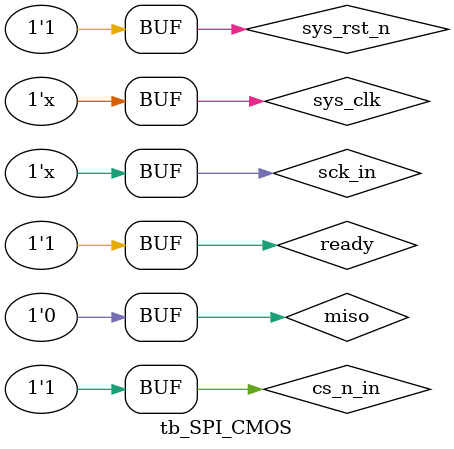
<source format=v>
`timescale  1ns/1ns

module  tb_SPI_CMOS#(
    parameter   data_width = 32,
    parameter   data_depth = 20,
    parameter   addr_width = 5
);


reg             sys_clk      ;   
reg             sys_rst_n    ;   
reg             ready        ;
reg             sck_in       ;   
wire   [24:0]   data_out     ;
wire            rd_empty     ;
wire            wr_full      ;
wire   [26:0]   data_in      ;
wire   [31:0]   data_rec     ;
wire            cs_n_out_pos ;   
wire            cs_n_out_pre ;   
wire            cs_n_out     ;   
reg             cs_n_in      ;
wire    [2:0]   sck_out_cnt  ;   
wire            mosi         ;   
reg             miso         ;
wire    [4:0]   cnt_bit      ;   
wire    [5:0]   rec_cnt_bit  ;
wire    [4:0]   sck_cnt      ;
wire            valid        ;
wire            rd_clk       ;
wire            flag_in      ;   
//wire     [4:0]  rd_en_cnt   ;   
wire            ready_edge  ;   
wire  [addr_width-1:0]  wr_addr;
wire  [addr_width-1:0]  rd_addr;

initial
    begin
        sys_clk    = 0;
        sck_in     = 0;
        sys_rst_n  = 0;
        ready      = 0;
        cs_n_in    = 1;
        miso       = 0;

        #50
        sys_rst_n  = 1;

        #20
        cs_n_in    = 0;
        miso       = 0; //1
        #20
        miso       = 0; //2
        #20
        miso       = 0; //3
        #20
        miso       = 0; //4
        #20
        miso       = 0; //5
        #20
        miso       = 0; //6
        #20
        miso       = 1; //7
        #20
        miso       = 0; //8
        #20
        miso       = 1; //9
        #20
        miso       = 1; //10
        #20
        miso       = 1; //11
        #20
        miso       = 0; //12
        #20
        miso       = 0; //13
        #20
        miso       = 1; //14
        #20
        miso       = 0; //15
        #20
        miso       = 1; //16
        #20
        miso       = 1; //17
        #20
        miso       = 1; //18
        #20
        miso       = 0; //19
        #20
        miso       = 0; //20
        #20
        miso       = 1; //21
        #20
        miso       = 0; //22
        #20
        miso       = 1; //23
        #20
        miso       = 1; //24
        #20
        miso       = 1; //25
        #20
        miso       = 0; //26
        #20
        miso       = 0; //27
        #20
        miso       = 1; //28
        #20
        miso       = 0; //29
        #20
        miso       = 1; //30
        #20
        miso       = 0; //31
        #20
        miso       = 0; //32
        cs_n_in    = 1;
  
        #80
        cs_n_in    = 0;
        miso       = 0; //1
        #20
        miso       = 0; //2
        #20
        miso       = 0; //3
        #20
        miso       = 1; //4
        #20
        miso       = 0; //5
        #20
        miso       = 0; //6
        #20
        miso       = 1; //7
        #20
        miso       = 0; //8
        #20
        miso       = 1; //9
        #20
        miso       = 0; //10
        #20
        miso       = 1; //11
        #20
        miso       = 0; //12
        #20
        miso       = 0; //13
        #20
        miso       = 1; //14
        #20
        miso       = 0; //15
        #20
        miso       = 1; //16
        #20
        miso       = 1; //17
        #20
        miso       = 0; //18
        #20
        miso       = 0; //19
        #20
        miso       = 0; //20
        #20
        miso       = 1; //21
        #20
        miso       = 0; //22
        #20
        miso       = 1; //23
        #20
        miso       = 1; //24
        #20
        miso       = 1; //25
        #20
        miso       = 0; //26
        #20
        miso       = 0; //27
        #20
        miso       = 1; //28
        #20
        miso       = 0; //29
        #20
        miso       = 1; //30
        #20
        miso       = 0; //31
        #20
        miso       = 0; //32
        cs_n_in    = 1;

        #20
        cs_n_in    = 0;
        miso       = 0; //1
        #20
        miso       = 0; //2
        #20
        miso       = 0; //3
        #20
        miso       = 0; //4
        #20
        miso       = 0; //5
        #20
        miso       = 0; //6
        #20
        miso       = 1; //7
        #20
        miso       = 0; //8
        #20
        miso       = 1; //9
        #20
        miso       = 1; //10
        #20
        miso       = 1; //11
        #20
        miso       = 0; //12
        #20
        miso       = 0; //13
        #20
        miso       = 1; //14
        #20
        miso       = 0; //15
        #20
        miso       = 1; //16
        #20
        miso       = 1; //17
        #20
        miso       = 1; //18
        #20
        miso       = 0; //19
        #20
        miso       = 0; //20
        #20
        miso       = 1; //21
        #20
        miso       = 0; //22
        #20
        miso       = 1; //23
        #20
        miso       = 1; //24
        #20
        miso       = 1; //25
        #20
        miso       = 0; //26
        #20
        miso       = 0; //27
        #20
        miso       = 1; //28
        #20
        miso       = 0; //29
        #20
        miso       = 1; //30
        #20
        miso       = 0; //31
        #20
        miso       = 0; //32
        cs_n_in    = 1;

        #20
        cs_n_in    = 0;
        miso       = 0; //1
        #20
        miso       = 0; //2
        #20
        miso       = 0; //3
        #20
        miso       = 0; //4
        #20
        miso       = 0; //5
        #20
        miso       = 0; //6
        #20
        miso       = 1; //7
        #20
        miso       = 0; //8
        #20
        miso       = 1; //9
        #20
        miso       = 1; //10
        #20
        miso       = 1; //11
        #20
        miso       = 0; //12
        #20
        miso       = 0; //13
        #20
        miso       = 1; //14
        #20
        miso       = 0; //15
        #20
        miso       = 1; //16
        #20
        miso       = 1; //17
        #20
        miso       = 1; //18
        #20
        miso       = 0; //19
        #20
        miso       = 0; //20
        #20
        miso       = 1; //21
        #20
        miso       = 0; //22
        #20
        miso       = 1; //23
        #20
        miso       = 1; //24
        #20
        miso       = 1; //25
        #20
        miso       = 0; //26
        #20
        miso       = 0; //27
        #20
        miso       = 1; //28
        #20
        miso       = 0; //29
        #20
        miso       = 1; //30
        #20
        miso       = 0; //31
        #20
        miso       = 0; //32
        cs_n_in    = 1;
  
        #80
        cs_n_in    = 0;
        miso       = 0; //1
        #20
        miso       = 0; //2
        #20
        miso       = 0; //3
        #20
        miso       = 1; //4
        #20
        miso       = 0; //5
        #20
        miso       = 0; //6
        #20
        miso       = 1; //7
        #20
        miso       = 0; //8
        #20
        miso       = 1; //9
        #20
        miso       = 0; //10
        #20
        miso       = 1; //11
        #20
        miso       = 0; //12
        #20
        miso       = 0; //13
        #20
        miso       = 1; //14
        #20
        miso       = 0; //15
        #20
        miso       = 1; //16
        #20
        miso       = 1; //17
        #20
        miso       = 0; //18
        #20
        miso       = 0; //19
        #20
        miso       = 0; //20
        #20
        miso       = 1; //21
        #20
        miso       = 0; //22
        #20
        miso       = 1; //23
        #20
        miso       = 1; //24
        #20
        miso       = 1; //25
        #20
        miso       = 0; //26
        #20
        miso       = 0; //27
        #20
        miso       = 1; //28
        #20
        miso       = 0; //29
        #20
        miso       = 1; //30
        #20
        miso       = 0; //31
        #20
        miso       = 0; //32
        cs_n_in    = 1;

        #20
        cs_n_in    = 0;
        miso       = 0; //1
        #20
        miso       = 0; //2
        #20
        miso       = 0; //3
        #20
        miso       = 0; //4
        #20
        miso       = 0; //5
        #20
        miso       = 0; //6
        #20
        miso       = 1; //7
        #20
        miso       = 0; //8
        #20
        miso       = 1; //9
        #20
        miso       = 1; //10
        #20
        miso       = 1; //11
        #20
        miso       = 0; //12
        #20
        miso       = 0; //13
        #20
        miso       = 1; //14
        #20
        miso       = 0; //15
        #20
        miso       = 1; //16
        #20
        miso       = 1; //17
        #20
        miso       = 1; //18
        #20
        miso       = 0; //19
        #20
        miso       = 0; //20
        #20
        miso       = 1; //21
        #20
        miso       = 0; //22
        #20
        miso       = 1; //23
        #20
        miso       = 1; //24
        #20
        miso       = 1; //25
        #20
        miso       = 0; //26
        #20
        miso       = 0; //27
        #20
        miso       = 1; //28
        #20
        miso       = 0; //29
        #20
        miso       = 1; //30
        #20
        miso       = 0; //31
        #20
        miso       = 0; //32
        cs_n_in    = 1;

        #60 ready  = 1;


    end

always  #10 sck_in  <=  ~sck_in;
always  #10 sys_clk <=  ~sys_clk;

//-------------spi_flash_erase-------------
SPI_CMOS#(
    .data_width    ( data_width  ),
    .data_depth    ( data_depth  ),
    .addr_width    ( addr_width  )
)SPI_CMOS_inst
(
    .sys_clk     (sys_clk   ),   
    .sys_rst_n   (sys_rst_n ),   

    .ready       (ready     ),
    .sck_in      (sck_in    ),   

    .data_out    (data_out  ),
    .rd_empty    (rd_empty  ),
    .wr_full     (wr_full   ),

    .data_in     (data_in   ),
    .data_rec    (data_rec  ),
    .cs_n_out_pos(cs_n_out_pos), 
    .cs_n_out_pre(cs_n_out_pre), 
    .cs_n_out    (cs_n_out   ),  
    .cs_n_in     (cs_n_in    ),
    .sck_out_cnt (sck_out_cnt),
    .sck_out     (sck_out    ),   
    .mosi        (mosi       ),  
    .miso        (miso       ),
    .cnt_bit     (cnt_bit    ),  
    .rec_cnt_bit (rec_cnt_bit),
    .sck_cnt     (sck_cnt    ),
    .valid       (valid      ),
    .rd_clk      (rd_clk     ),
    .flag_in     (flag_in    ), 
    //.rd_en_cnt   (rd_en_cnt  ),  
    .ready_edge  (ready_edge ),   //¼ì²âreadyÐÅºÅµÄÉÏÉýÑØ

    .wr_addr     (wr_addr    ),
    .rd_addr     (rd_addr    )

);


endmodule

</source>
